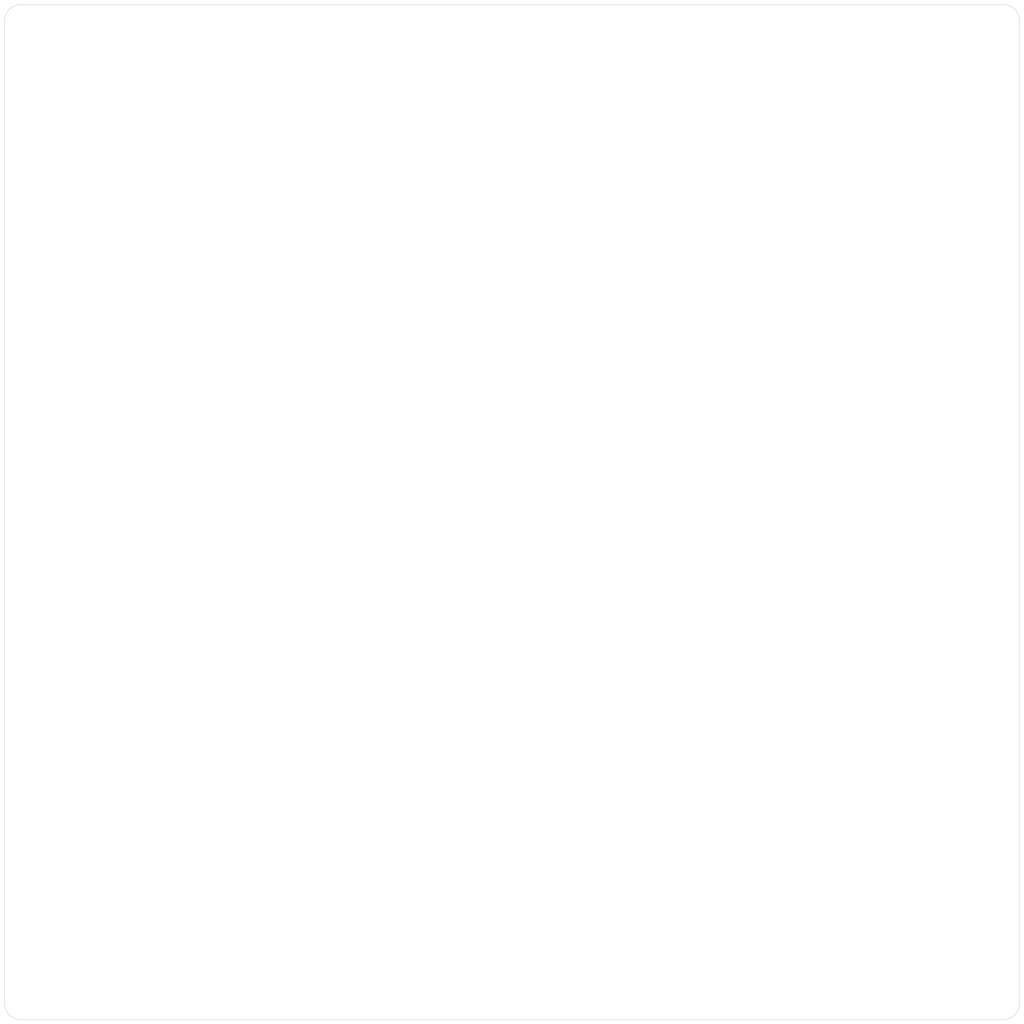
<source format=kicad_pcb>
(kicad_pcb (version 20240108) (generator "pcbnew") (generator_version "8.0")
  (layers (0 "F.Cu" signal) (31 "B.Cu" signal) (34 "B.Paste" user) (35 "F.Paste" user) (36 "B.SilkS" user "B.Silkscreen") (37 "F.SilkS" user "F.Silkscreen") (38 "B.Mask" user) (39 "F.Mask" user) (44 "Edge.Cuts" user))
  (net 0 "")
  (footprint "MeineBib:EigenesMountingHole_3.2mm_M3_Small" (layer "B.Cu") (at 194.2 142.4 180)
    (property "Reference" "MK2" (hide yes))
    (property "Value" "Mounting_Hole")
    (pad "" np_thru_hole circle (at 0 0 180) (size 3.2 3.2) (drill 3.2) (layers "F&B.Cu" "*.Mask") (clearance 1.8))
  )
  (footprint "MeineBib:EigenesMountingHole_3.2mm_M3_Small" (layer "B.Cu") (at 108.2 56.4 180)
    (property "Reference" "MK2" (hide yes))
    (property "Value" "Mounting_Hole")
    (pad "" np_thru_hole circle (at 0 0 180) (size 3.2 3.2) (drill 3.2) (layers "F&B.Cu" "*.Mask") (clearance 1.8))
  )
  (footprint "MeineBib:EigenesMountingHole_3.2mm_M3_Small" (layer "B.Cu") (at 194.2 56.4 180)
    (property "Reference" "MK2" (hide yes))
    (property "Value" "Mounting_Hole")
    (pad "" np_thru_hole circle (at 0 0 180) (size 3.2 3.2) (drill 3.2) (layers "F&B.Cu" "*.Mask") (clearance 1.8))
  )
  (footprint "MeineBib:EigenesMountingHole_3.2mm_M3_Small" (layer "B.Cu") (at 108.2 142.4 180)
    (property "Reference" "MK2" (hide yes))
    (property "Value" "Mounting_Hole")
    (pad "" np_thru_hole circle (at 0 0 180) (size 3.2 3.2) (drill 3.2) (layers "F&B.Cu" "*.Mask") (clearance 1.8))
  )
  (gr_arc (start 101.6 51.4) (mid 102.068629 50.268629) (end 103.2 49.8) (stroke (width 0.05)) (layer "Edge.Cuts"))
  (gr_line (start 103.2 49.8) (end 199.2 49.8) (stroke (width 0.05)) (layer "Edge.Cuts"))
  (gr_line (start 101.6 51.4) (end 101.6 147.4) (stroke (width 0.05)) (layer "Edge.Cuts"))
  (gr_line (start 199.2 149) (end 103.2 149) (stroke (width 0.05)) (layer "Edge.Cuts"))
  (gr_arc (start 103.2 149) (mid 102.068629 148.531371) (end 101.6 147.4) (stroke (width 0.05)) (layer "Edge.Cuts"))
  (gr_arc (start 200.8 147.4) (mid 200.331371 148.531371) (end 199.2 149) (stroke (width 0.05)) (layer "Edge.Cuts"))
  (gr_arc (start 199.2 49.8) (mid 200.331371 50.268629) (end 200.8 51.4) (stroke (width 0.05)) (layer "Edge.Cuts"))
  (gr_line (start 200.8 51.4) (end 200.8 147.4) (stroke (width 0.05)) (layer "Edge.Cuts"))
)
</source>
